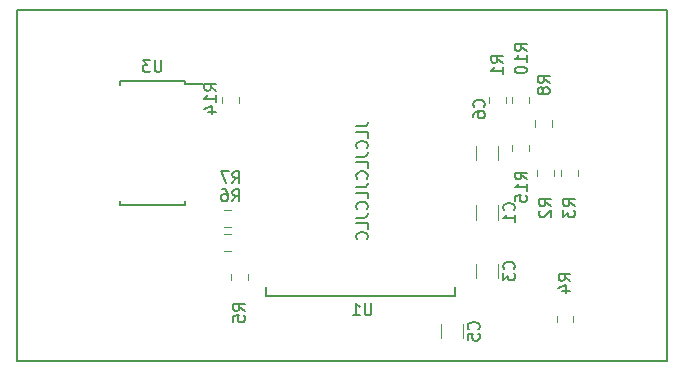
<source format=gbr>
G04 #@! TF.GenerationSoftware,KiCad,Pcbnew,(5.1.2-1)-1*
G04 #@! TF.CreationDate,2019-10-05T22:58:12+03:00*
G04 #@! TF.ProjectId,curtains-driver,63757274-6169-46e7-932d-647269766572,rev?*
G04 #@! TF.SameCoordinates,Original*
G04 #@! TF.FileFunction,Legend,Bot*
G04 #@! TF.FilePolarity,Positive*
%FSLAX46Y46*%
G04 Gerber Fmt 4.6, Leading zero omitted, Abs format (unit mm)*
G04 Created by KiCad (PCBNEW (5.1.2-1)-1) date 2019-10-05 22:58:12*
%MOMM*%
%LPD*%
G04 APERTURE LIST*
%ADD10C,0.150000*%
%ADD11C,0.152400*%
%ADD12C,0.120000*%
G04 APERTURE END LIST*
D10*
X107656380Y-73612952D02*
X108370666Y-73612952D01*
X108513523Y-73565333D01*
X108608761Y-73470095D01*
X108656380Y-73327238D01*
X108656380Y-73232000D01*
X108656380Y-74565333D02*
X108656380Y-74089142D01*
X107656380Y-74089142D01*
X108561142Y-75470095D02*
X108608761Y-75422476D01*
X108656380Y-75279619D01*
X108656380Y-75184380D01*
X108608761Y-75041523D01*
X108513523Y-74946285D01*
X108418285Y-74898666D01*
X108227809Y-74851047D01*
X108084952Y-74851047D01*
X107894476Y-74898666D01*
X107799238Y-74946285D01*
X107704000Y-75041523D01*
X107656380Y-75184380D01*
X107656380Y-75279619D01*
X107704000Y-75422476D01*
X107751619Y-75470095D01*
X107656380Y-76184380D02*
X108370666Y-76184380D01*
X108513523Y-76136761D01*
X108608761Y-76041523D01*
X108656380Y-75898666D01*
X108656380Y-75803428D01*
X108656380Y-77136761D02*
X108656380Y-76660571D01*
X107656380Y-76660571D01*
X108561142Y-78041523D02*
X108608761Y-77993904D01*
X108656380Y-77851047D01*
X108656380Y-77755809D01*
X108608761Y-77612952D01*
X108513523Y-77517714D01*
X108418285Y-77470095D01*
X108227809Y-77422476D01*
X108084952Y-77422476D01*
X107894476Y-77470095D01*
X107799238Y-77517714D01*
X107704000Y-77612952D01*
X107656380Y-77755809D01*
X107656380Y-77851047D01*
X107704000Y-77993904D01*
X107751619Y-78041523D01*
X107656380Y-78755809D02*
X108370666Y-78755809D01*
X108513523Y-78708190D01*
X108608761Y-78612952D01*
X108656380Y-78470095D01*
X108656380Y-78374857D01*
X108656380Y-79708190D02*
X108656380Y-79232000D01*
X107656380Y-79232000D01*
X108561142Y-80612952D02*
X108608761Y-80565333D01*
X108656380Y-80422476D01*
X108656380Y-80327238D01*
X108608761Y-80184380D01*
X108513523Y-80089142D01*
X108418285Y-80041523D01*
X108227809Y-79993904D01*
X108084952Y-79993904D01*
X107894476Y-80041523D01*
X107799238Y-80089142D01*
X107704000Y-80184380D01*
X107656380Y-80327238D01*
X107656380Y-80422476D01*
X107704000Y-80565333D01*
X107751619Y-80612952D01*
X107656380Y-81327238D02*
X108370666Y-81327238D01*
X108513523Y-81279619D01*
X108608761Y-81184380D01*
X108656380Y-81041523D01*
X108656380Y-80946285D01*
X108656380Y-82279619D02*
X108656380Y-81803428D01*
X107656380Y-81803428D01*
X108561142Y-83184380D02*
X108608761Y-83136761D01*
X108656380Y-82993904D01*
X108656380Y-82898666D01*
X108608761Y-82755809D01*
X108513523Y-82660571D01*
X108418285Y-82612952D01*
X108227809Y-82565333D01*
X108084952Y-82565333D01*
X107894476Y-82612952D01*
X107799238Y-82660571D01*
X107704000Y-82755809D01*
X107656380Y-82898666D01*
X107656380Y-82993904D01*
X107704000Y-83136761D01*
X107751619Y-83184380D01*
X134000000Y-63754000D02*
X134000000Y-93500000D01*
X78968600Y-63754000D02*
X78968600Y-93472000D01*
X134000000Y-93500000D02*
X78968600Y-93472000D01*
X78968600Y-63754000D02*
X134000000Y-63754000D01*
D11*
X100076000Y-88007500D02*
X100076000Y-87245500D01*
X116078000Y-88007500D02*
X100076000Y-88007500D01*
X116078000Y-87245500D02*
X116078000Y-88007500D01*
D12*
X122285000Y-75150248D02*
X122285000Y-75672752D01*
X120865000Y-75150248D02*
X120865000Y-75672752D01*
X96290000Y-71622752D02*
X96290000Y-71100248D01*
X97710000Y-71622752D02*
X97710000Y-71100248D01*
X117835000Y-75271936D02*
X117835000Y-76476064D01*
X119655000Y-75271936D02*
X119655000Y-76476064D01*
X114852000Y-90355336D02*
X114852000Y-91559464D01*
X116672000Y-90355336D02*
X116672000Y-91559464D01*
X96512748Y-82142400D02*
X97035252Y-82142400D01*
X96512748Y-80722400D02*
X97035252Y-80722400D01*
X96512748Y-82721400D02*
X97035252Y-82721400D01*
X96512748Y-84141400D02*
X97035252Y-84141400D01*
X98500000Y-86621252D02*
X98500000Y-86098748D01*
X97080000Y-86621252D02*
X97080000Y-86098748D01*
X126059000Y-89654748D02*
X126059000Y-90177252D01*
X124639000Y-89654748D02*
X124639000Y-90177252D01*
X126440000Y-77824918D02*
X126440000Y-77302414D01*
X125020000Y-77824918D02*
X125020000Y-77302414D01*
X122988000Y-77824918D02*
X122988000Y-77302414D01*
X124408000Y-77824918D02*
X124408000Y-77302414D01*
X120344000Y-71622752D02*
X120344000Y-71100248D01*
X118924000Y-71622752D02*
X118924000Y-71100248D01*
X120869500Y-71113748D02*
X120869500Y-71636252D01*
X122289500Y-71113748D02*
X122289500Y-71636252D01*
X124235000Y-73622752D02*
X124235000Y-73100248D01*
X122815000Y-73622752D02*
X122815000Y-73100248D01*
X117835000Y-85271936D02*
X117835000Y-86476064D01*
X119655000Y-85271936D02*
X119655000Y-86476064D01*
X119655000Y-81501064D02*
X119655000Y-80296936D01*
X117835000Y-81501064D02*
X117835000Y-80296936D01*
D10*
X93199000Y-69746500D02*
X93199000Y-70021500D01*
X87649000Y-69746500D02*
X87649000Y-70101500D01*
X87649000Y-80296500D02*
X87649000Y-79941500D01*
X93199000Y-80296500D02*
X93199000Y-79941500D01*
X93199000Y-69746500D02*
X87649000Y-69746500D01*
X93199000Y-80296500D02*
X87649000Y-80296500D01*
X93199000Y-70021500D02*
X94724000Y-70021500D01*
X108965904Y-88606380D02*
X108965904Y-89415904D01*
X108918285Y-89511142D01*
X108870666Y-89558761D01*
X108775428Y-89606380D01*
X108584952Y-89606380D01*
X108489714Y-89558761D01*
X108442095Y-89511142D01*
X108394476Y-89415904D01*
X108394476Y-88606380D01*
X107394476Y-89606380D02*
X107965904Y-89606380D01*
X107680190Y-89606380D02*
X107680190Y-88606380D01*
X107775428Y-88749238D01*
X107870666Y-88844476D01*
X107965904Y-88892095D01*
X122118380Y-78097142D02*
X121642190Y-77763809D01*
X122118380Y-77525714D02*
X121118380Y-77525714D01*
X121118380Y-77906666D01*
X121166000Y-78001904D01*
X121213619Y-78049523D01*
X121308857Y-78097142D01*
X121451714Y-78097142D01*
X121546952Y-78049523D01*
X121594571Y-78001904D01*
X121642190Y-77906666D01*
X121642190Y-77525714D01*
X122118380Y-79049523D02*
X122118380Y-78478095D01*
X122118380Y-78763809D02*
X121118380Y-78763809D01*
X121261238Y-78668571D01*
X121356476Y-78573333D01*
X121404095Y-78478095D01*
X121118380Y-79954285D02*
X121118380Y-79478095D01*
X121594571Y-79430476D01*
X121546952Y-79478095D01*
X121499333Y-79573333D01*
X121499333Y-79811428D01*
X121546952Y-79906666D01*
X121594571Y-79954285D01*
X121689809Y-80001904D01*
X121927904Y-80001904D01*
X122023142Y-79954285D01*
X122070761Y-79906666D01*
X122118380Y-79811428D01*
X122118380Y-79573333D01*
X122070761Y-79478095D01*
X122023142Y-79430476D01*
X95826780Y-70592642D02*
X95350590Y-70259309D01*
X95826780Y-70021214D02*
X94826780Y-70021214D01*
X94826780Y-70402166D01*
X94874400Y-70497404D01*
X94922019Y-70545023D01*
X95017257Y-70592642D01*
X95160114Y-70592642D01*
X95255352Y-70545023D01*
X95302971Y-70497404D01*
X95350590Y-70402166D01*
X95350590Y-70021214D01*
X95826780Y-71545023D02*
X95826780Y-70973595D01*
X95826780Y-71259309D02*
X94826780Y-71259309D01*
X94969638Y-71164071D01*
X95064876Y-71068833D01*
X95112495Y-70973595D01*
X95160114Y-72402166D02*
X95826780Y-72402166D01*
X94779161Y-72164071D02*
X95493447Y-71925976D01*
X95493447Y-72545023D01*
X118467142Y-71969333D02*
X118514761Y-71921714D01*
X118562380Y-71778857D01*
X118562380Y-71683619D01*
X118514761Y-71540761D01*
X118419523Y-71445523D01*
X118324285Y-71397904D01*
X118133809Y-71350285D01*
X117990952Y-71350285D01*
X117800476Y-71397904D01*
X117705238Y-71445523D01*
X117610000Y-71540761D01*
X117562380Y-71683619D01*
X117562380Y-71778857D01*
X117610000Y-71921714D01*
X117657619Y-71969333D01*
X117562380Y-72826476D02*
X117562380Y-72636000D01*
X117610000Y-72540761D01*
X117657619Y-72493142D01*
X117800476Y-72397904D01*
X117990952Y-72350285D01*
X118371904Y-72350285D01*
X118467142Y-72397904D01*
X118514761Y-72445523D01*
X118562380Y-72540761D01*
X118562380Y-72731238D01*
X118514761Y-72826476D01*
X118467142Y-72874095D01*
X118371904Y-72921714D01*
X118133809Y-72921714D01*
X118038571Y-72874095D01*
X117990952Y-72826476D01*
X117943333Y-72731238D01*
X117943333Y-72540761D01*
X117990952Y-72445523D01*
X118038571Y-72397904D01*
X118133809Y-72350285D01*
X118022642Y-90790733D02*
X118070261Y-90743114D01*
X118117880Y-90600257D01*
X118117880Y-90505019D01*
X118070261Y-90362161D01*
X117975023Y-90266923D01*
X117879785Y-90219304D01*
X117689309Y-90171685D01*
X117546452Y-90171685D01*
X117355976Y-90219304D01*
X117260738Y-90266923D01*
X117165500Y-90362161D01*
X117117880Y-90505019D01*
X117117880Y-90600257D01*
X117165500Y-90743114D01*
X117213119Y-90790733D01*
X117117880Y-91695495D02*
X117117880Y-91219304D01*
X117594071Y-91171685D01*
X117546452Y-91219304D01*
X117498833Y-91314542D01*
X117498833Y-91552638D01*
X117546452Y-91647876D01*
X117594071Y-91695495D01*
X117689309Y-91743114D01*
X117927404Y-91743114D01*
X118022642Y-91695495D01*
X118070261Y-91647876D01*
X118117880Y-91552638D01*
X118117880Y-91314542D01*
X118070261Y-91219304D01*
X118022642Y-91171685D01*
X97194666Y-78430380D02*
X97528000Y-77954190D01*
X97766095Y-78430380D02*
X97766095Y-77430380D01*
X97385142Y-77430380D01*
X97289904Y-77478000D01*
X97242285Y-77525619D01*
X97194666Y-77620857D01*
X97194666Y-77763714D01*
X97242285Y-77858952D01*
X97289904Y-77906571D01*
X97385142Y-77954190D01*
X97766095Y-77954190D01*
X96861333Y-77430380D02*
X96194666Y-77430380D01*
X96623238Y-78430380D01*
X97194666Y-79954380D02*
X97528000Y-79478190D01*
X97766095Y-79954380D02*
X97766095Y-78954380D01*
X97385142Y-78954380D01*
X97289904Y-79002000D01*
X97242285Y-79049619D01*
X97194666Y-79144857D01*
X97194666Y-79287714D01*
X97242285Y-79382952D01*
X97289904Y-79430571D01*
X97385142Y-79478190D01*
X97766095Y-79478190D01*
X96337523Y-78954380D02*
X96528000Y-78954380D01*
X96623238Y-79002000D01*
X96670857Y-79049619D01*
X96766095Y-79192476D01*
X96813714Y-79382952D01*
X96813714Y-79763904D01*
X96766095Y-79859142D01*
X96718476Y-79906761D01*
X96623238Y-79954380D01*
X96432761Y-79954380D01*
X96337523Y-79906761D01*
X96289904Y-79859142D01*
X96242285Y-79763904D01*
X96242285Y-79525809D01*
X96289904Y-79430571D01*
X96337523Y-79382952D01*
X96432761Y-79335333D01*
X96623238Y-79335333D01*
X96718476Y-79382952D01*
X96766095Y-79430571D01*
X96813714Y-79525809D01*
X98242380Y-89241333D02*
X97766190Y-88908000D01*
X98242380Y-88669904D02*
X97242380Y-88669904D01*
X97242380Y-89050857D01*
X97290000Y-89146095D01*
X97337619Y-89193714D01*
X97432857Y-89241333D01*
X97575714Y-89241333D01*
X97670952Y-89193714D01*
X97718571Y-89146095D01*
X97766190Y-89050857D01*
X97766190Y-88669904D01*
X97242380Y-90146095D02*
X97242380Y-89669904D01*
X97718571Y-89622285D01*
X97670952Y-89669904D01*
X97623333Y-89765142D01*
X97623333Y-90003238D01*
X97670952Y-90098476D01*
X97718571Y-90146095D01*
X97813809Y-90193714D01*
X98051904Y-90193714D01*
X98147142Y-90146095D01*
X98194761Y-90098476D01*
X98242380Y-90003238D01*
X98242380Y-89765142D01*
X98194761Y-89669904D01*
X98147142Y-89622285D01*
X125801380Y-86701333D02*
X125325190Y-86368000D01*
X125801380Y-86129904D02*
X124801380Y-86129904D01*
X124801380Y-86510857D01*
X124849000Y-86606095D01*
X124896619Y-86653714D01*
X124991857Y-86701333D01*
X125134714Y-86701333D01*
X125229952Y-86653714D01*
X125277571Y-86606095D01*
X125325190Y-86510857D01*
X125325190Y-86129904D01*
X125134714Y-87558476D02*
X125801380Y-87558476D01*
X124753761Y-87320380D02*
X125468047Y-87082285D01*
X125468047Y-87701333D01*
X126182380Y-80361332D02*
X125706190Y-80027999D01*
X126182380Y-79789903D02*
X125182380Y-79789903D01*
X125182380Y-80170856D01*
X125230000Y-80266094D01*
X125277619Y-80313713D01*
X125372857Y-80361332D01*
X125515714Y-80361332D01*
X125610952Y-80313713D01*
X125658571Y-80266094D01*
X125706190Y-80170856D01*
X125706190Y-79789903D01*
X125182380Y-80694665D02*
X125182380Y-81313713D01*
X125563333Y-80980379D01*
X125563333Y-81123237D01*
X125610952Y-81218475D01*
X125658571Y-81266094D01*
X125753809Y-81313713D01*
X125991904Y-81313713D01*
X126087142Y-81266094D01*
X126134761Y-81218475D01*
X126182380Y-81123237D01*
X126182380Y-80837522D01*
X126134761Y-80742284D01*
X126087142Y-80694665D01*
X124150380Y-80361332D02*
X123674190Y-80027999D01*
X124150380Y-79789903D02*
X123150380Y-79789903D01*
X123150380Y-80170856D01*
X123198000Y-80266094D01*
X123245619Y-80313713D01*
X123340857Y-80361332D01*
X123483714Y-80361332D01*
X123578952Y-80313713D01*
X123626571Y-80266094D01*
X123674190Y-80170856D01*
X123674190Y-79789903D01*
X123245619Y-80742284D02*
X123198000Y-80789903D01*
X123150380Y-80885141D01*
X123150380Y-81123237D01*
X123198000Y-81218475D01*
X123245619Y-81266094D01*
X123340857Y-81313713D01*
X123436095Y-81313713D01*
X123578952Y-81266094D01*
X124150380Y-80694665D01*
X124150380Y-81313713D01*
X120086380Y-68222833D02*
X119610190Y-67889500D01*
X120086380Y-67651404D02*
X119086380Y-67651404D01*
X119086380Y-68032357D01*
X119134000Y-68127595D01*
X119181619Y-68175214D01*
X119276857Y-68222833D01*
X119419714Y-68222833D01*
X119514952Y-68175214D01*
X119562571Y-68127595D01*
X119610190Y-68032357D01*
X119610190Y-67651404D01*
X120086380Y-69175214D02*
X120086380Y-68603785D01*
X120086380Y-68889500D02*
X119086380Y-68889500D01*
X119229238Y-68794261D01*
X119324476Y-68699023D01*
X119372095Y-68603785D01*
X122095380Y-67220642D02*
X121619190Y-66887309D01*
X122095380Y-66649214D02*
X121095380Y-66649214D01*
X121095380Y-67030166D01*
X121143000Y-67125404D01*
X121190619Y-67173023D01*
X121285857Y-67220642D01*
X121428714Y-67220642D01*
X121523952Y-67173023D01*
X121571571Y-67125404D01*
X121619190Y-67030166D01*
X121619190Y-66649214D01*
X122095380Y-68173023D02*
X122095380Y-67601595D01*
X122095380Y-67887309D02*
X121095380Y-67887309D01*
X121238238Y-67792071D01*
X121333476Y-67696833D01*
X121381095Y-67601595D01*
X121095380Y-68792071D02*
X121095380Y-68887309D01*
X121143000Y-68982547D01*
X121190619Y-69030166D01*
X121285857Y-69077785D01*
X121476333Y-69125404D01*
X121714428Y-69125404D01*
X121904904Y-69077785D01*
X122000142Y-69030166D01*
X122047761Y-68982547D01*
X122095380Y-68887309D01*
X122095380Y-68792071D01*
X122047761Y-68696833D01*
X122000142Y-68649214D01*
X121904904Y-68601595D01*
X121714428Y-68553976D01*
X121476333Y-68553976D01*
X121285857Y-68601595D01*
X121190619Y-68649214D01*
X121143000Y-68696833D01*
X121095380Y-68792071D01*
X124040880Y-69937333D02*
X123564690Y-69604000D01*
X124040880Y-69365904D02*
X123040880Y-69365904D01*
X123040880Y-69746857D01*
X123088500Y-69842095D01*
X123136119Y-69889714D01*
X123231357Y-69937333D01*
X123374214Y-69937333D01*
X123469452Y-69889714D01*
X123517071Y-69842095D01*
X123564690Y-69746857D01*
X123564690Y-69365904D01*
X123469452Y-70508761D02*
X123421833Y-70413523D01*
X123374214Y-70365904D01*
X123278976Y-70318285D01*
X123231357Y-70318285D01*
X123136119Y-70365904D01*
X123088500Y-70413523D01*
X123040880Y-70508761D01*
X123040880Y-70699238D01*
X123088500Y-70794476D01*
X123136119Y-70842095D01*
X123231357Y-70889714D01*
X123278976Y-70889714D01*
X123374214Y-70842095D01*
X123421833Y-70794476D01*
X123469452Y-70699238D01*
X123469452Y-70508761D01*
X123517071Y-70413523D01*
X123564690Y-70365904D01*
X123659928Y-70318285D01*
X123850404Y-70318285D01*
X123945642Y-70365904D01*
X123993261Y-70413523D01*
X124040880Y-70508761D01*
X124040880Y-70699238D01*
X123993261Y-70794476D01*
X123945642Y-70842095D01*
X123850404Y-70889714D01*
X123659928Y-70889714D01*
X123564690Y-70842095D01*
X123517071Y-70794476D01*
X123469452Y-70699238D01*
X121007142Y-85685333D02*
X121054761Y-85637714D01*
X121102380Y-85494857D01*
X121102380Y-85399619D01*
X121054761Y-85256761D01*
X120959523Y-85161523D01*
X120864285Y-85113904D01*
X120673809Y-85066285D01*
X120530952Y-85066285D01*
X120340476Y-85113904D01*
X120245238Y-85161523D01*
X120150000Y-85256761D01*
X120102380Y-85399619D01*
X120102380Y-85494857D01*
X120150000Y-85637714D01*
X120197619Y-85685333D01*
X120102380Y-86018666D02*
X120102380Y-86637714D01*
X120483333Y-86304380D01*
X120483333Y-86447238D01*
X120530952Y-86542476D01*
X120578571Y-86590095D01*
X120673809Y-86637714D01*
X120911904Y-86637714D01*
X121007142Y-86590095D01*
X121054761Y-86542476D01*
X121102380Y-86447238D01*
X121102380Y-86161523D01*
X121054761Y-86066285D01*
X121007142Y-86018666D01*
X121007142Y-80732333D02*
X121054761Y-80684714D01*
X121102380Y-80541857D01*
X121102380Y-80446619D01*
X121054761Y-80303761D01*
X120959523Y-80208523D01*
X120864285Y-80160904D01*
X120673809Y-80113285D01*
X120530952Y-80113285D01*
X120340476Y-80160904D01*
X120245238Y-80208523D01*
X120150000Y-80303761D01*
X120102380Y-80446619D01*
X120102380Y-80541857D01*
X120150000Y-80684714D01*
X120197619Y-80732333D01*
X121102380Y-81684714D02*
X121102380Y-81113285D01*
X121102380Y-81399000D02*
X120102380Y-81399000D01*
X120245238Y-81303761D01*
X120340476Y-81208523D01*
X120388095Y-81113285D01*
X91185904Y-67996880D02*
X91185904Y-68806404D01*
X91138285Y-68901642D01*
X91090666Y-68949261D01*
X90995428Y-68996880D01*
X90804952Y-68996880D01*
X90709714Y-68949261D01*
X90662095Y-68901642D01*
X90614476Y-68806404D01*
X90614476Y-67996880D01*
X90233523Y-67996880D02*
X89614476Y-67996880D01*
X89947809Y-68377833D01*
X89804952Y-68377833D01*
X89709714Y-68425452D01*
X89662095Y-68473071D01*
X89614476Y-68568309D01*
X89614476Y-68806404D01*
X89662095Y-68901642D01*
X89709714Y-68949261D01*
X89804952Y-68996880D01*
X90090666Y-68996880D01*
X90185904Y-68949261D01*
X90233523Y-68901642D01*
M02*

</source>
